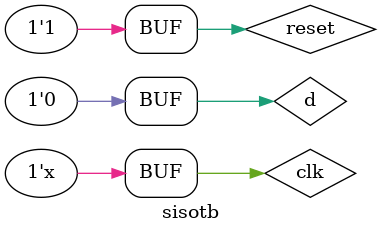
<source format=v>
module sisotb ();
reg clk,reset,d;
wire out;
siso dut (clk,reset,d,out);
always #5 clk=~clk ;
initial begin
clk=0;
reset=0;
#10;
reset=1;
 d=1;#10;
 d=0;#10;
 d=1;#10;
 d=0;
end
endmodule


</source>
